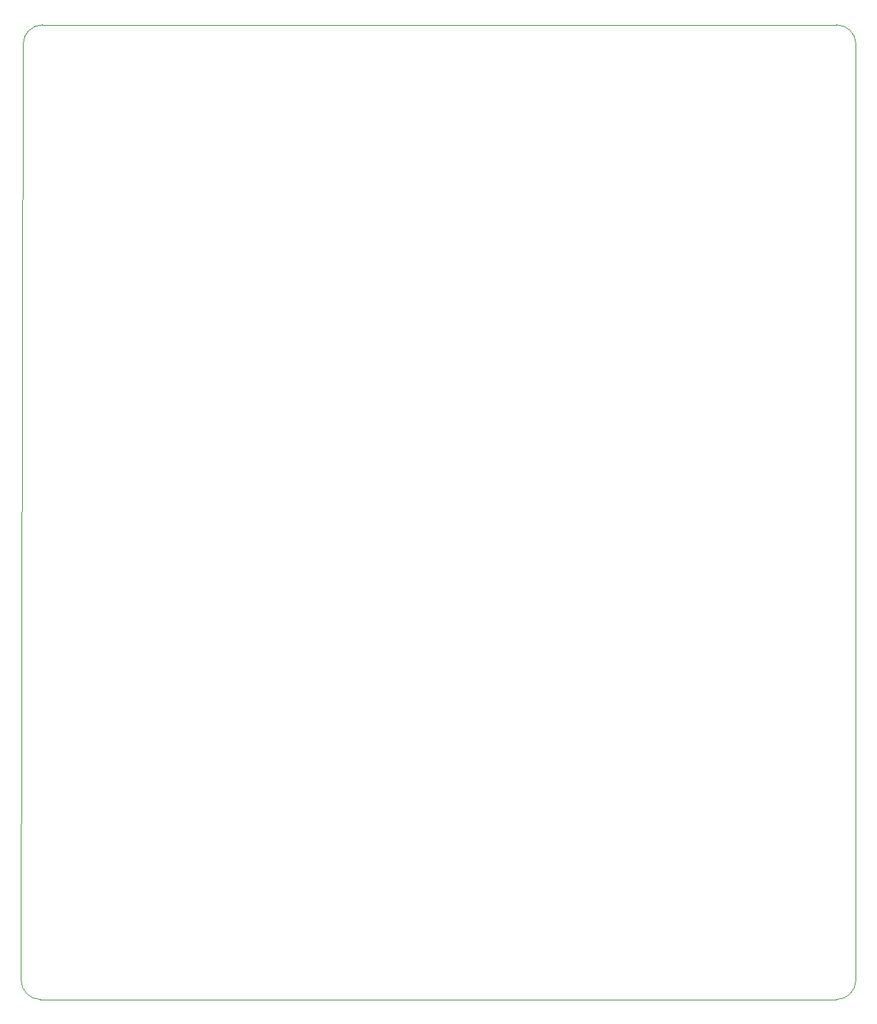
<source format=gbr>
%TF.GenerationSoftware,KiCad,Pcbnew,(5.1.10)-1*%
%TF.CreationDate,2021-06-15T10:48:06-05:00*%
%TF.ProjectId,gd MegaII proto pcb,6764204d-6567-4614-9949-2070726f746f,rev?*%
%TF.SameCoordinates,Original*%
%TF.FileFunction,Profile,NP*%
%FSLAX46Y46*%
G04 Gerber Fmt 4.6, Leading zero omitted, Abs format (unit mm)*
G04 Created by KiCad (PCBNEW (5.1.10)-1) date 2021-06-15 10:48:06*
%MOMM*%
%LPD*%
G01*
G04 APERTURE LIST*
%TA.AperFunction,Profile*%
%ADD10C,0.050000*%
%TD*%
G04 APERTURE END LIST*
D10*
X91948000Y-147574000D02*
G75*
G02*
X89662000Y-145288000I0J2286000D01*
G01*
X188468000Y-145288000D02*
G75*
G02*
X186182000Y-147574000I-2286000J0D01*
G01*
X186182000Y-32258000D02*
G75*
G02*
X188468000Y-34544000I0J-2286000D01*
G01*
X89916000Y-34544000D02*
G75*
G02*
X92202000Y-32258000I2286000J0D01*
G01*
X89662000Y-145288000D02*
X89916000Y-34544000D01*
X186182000Y-147574000D02*
X91948000Y-147574000D01*
X188468000Y-34544000D02*
X188468000Y-145288000D01*
X92202000Y-32258000D02*
X186182000Y-32258000D01*
M02*

</source>
